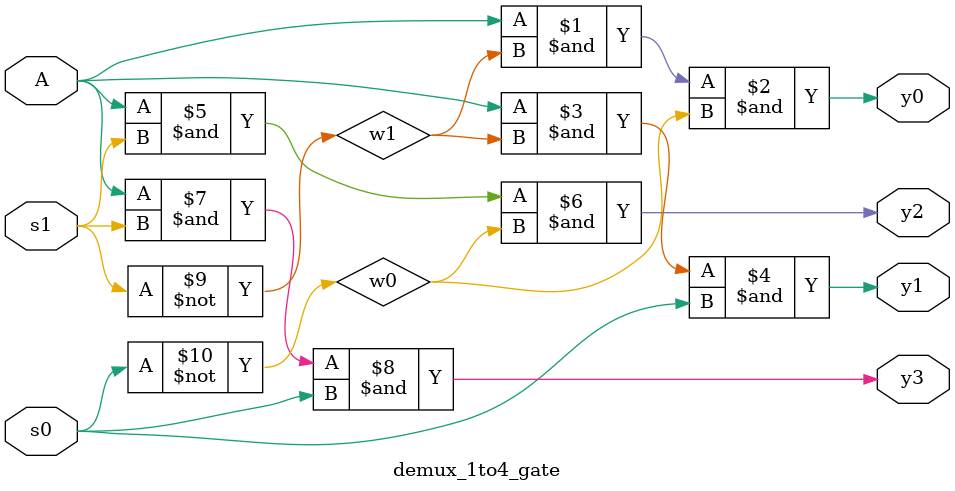
<source format=sv>
module demux_1to4_gate (A,s1, s0,y3, y2, y1, y0);
    input A;
    input s1, s0;
    output y3, y2, y1, y0;
 wire w1, w0;
  not (w1, s1);
  not (w0, s0);
  and (y0, A, w1, w0);  // 00
  and (y1, A, w1, s0);   // 01
  and (y2, A, s1, w0);   // 10
  and (y3, A, s1, s0);    // 11
endmodule

</source>
